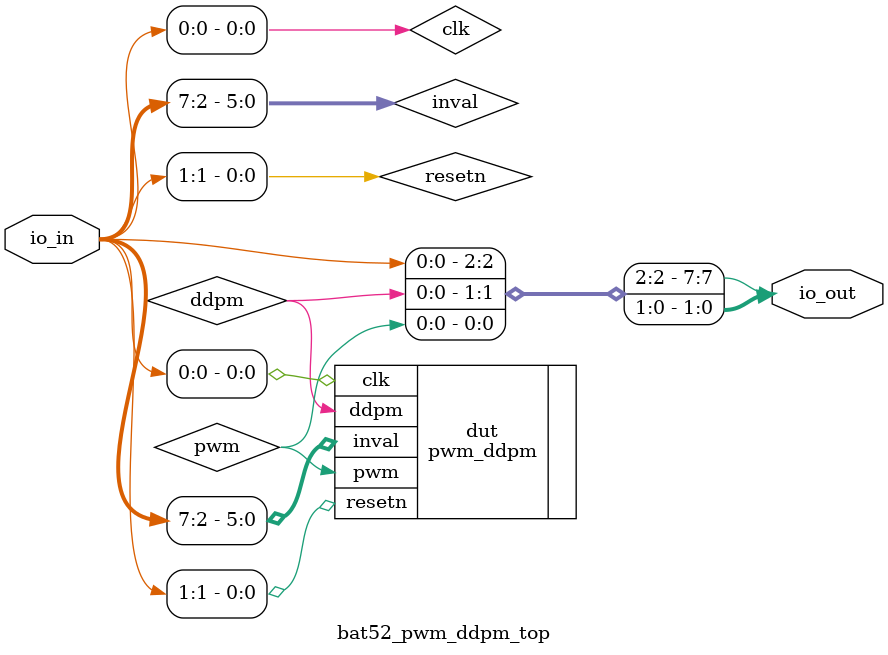
<source format=v>

`timescale 1ns/10ps

module bat52_pwm_ddpm_top (
    input [7:0] io_in,
    output [7:0] io_out
);

wire clk;
wire resetn;
wire [5:0] inval;
wire pwm;
wire ddpm;

// inputs
assign clk    =  io_in[0];
assign resetn =  io_in[1];
assign inval  =  io_in[7:2];

// outputs
assign io_out[0] = pwm;
assign io_out[1] = ddpm;
assign io_out[7] = clk; // echo just to show it is alive

pwm_ddpm dut (
    .clk(clk),
    .resetn(resetn),
    .inval(inval),
    .pwm(pwm),
    .ddpm(ddpm) 
    );

endmodule

</source>
